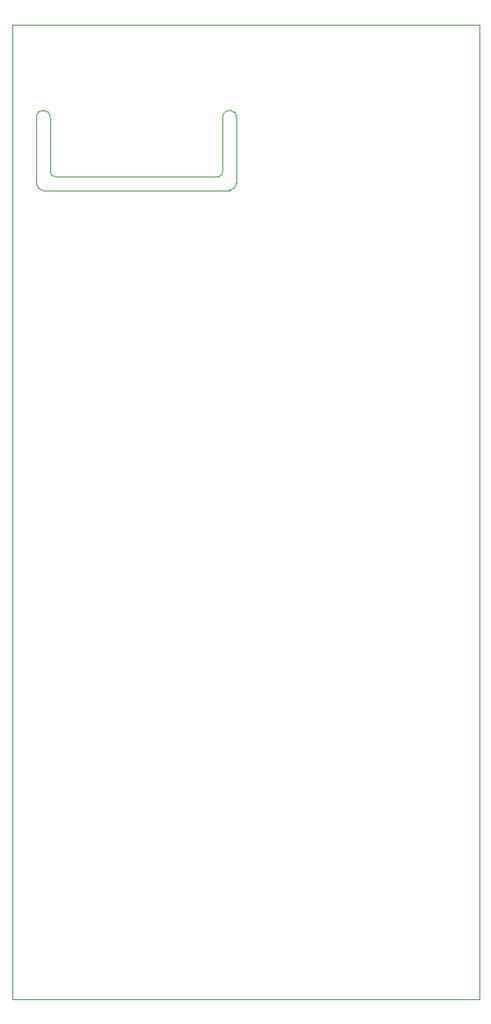
<source format=gbr>
%TF.GenerationSoftware,KiCad,Pcbnew,(6.0.9)*%
%TF.CreationDate,2023-05-10T12:51:21+05:30*%
%TF.ProjectId,WeatherKids_Compact(V1.0),57656174-6865-4724-9b69-64735f436f6d,rev?*%
%TF.SameCoordinates,Original*%
%TF.FileFunction,Profile,NP*%
%FSLAX46Y46*%
G04 Gerber Fmt 4.6, Leading zero omitted, Abs format (unit mm)*
G04 Created by KiCad (PCBNEW (6.0.9)) date 2023-05-10 12:51:21*
%MOMM*%
%LPD*%
G01*
G04 APERTURE LIST*
%TA.AperFunction,Profile*%
%ADD10C,0.100000*%
%TD*%
G04 APERTURE END LIST*
D10*
X2500000Y-16300000D02*
X2500000Y-9500000D01*
X0Y0D02*
X0Y-100000000D01*
X3900000Y-15100000D02*
G75*
G03*
X4400000Y-15600000I500000J0D01*
G01*
X23051472Y-16300000D02*
X23046447Y-9500000D01*
X48000000Y0D02*
X0Y0D01*
X22351472Y-16999972D02*
G75*
G03*
X23051472Y-16300000I28J699972D01*
G01*
X0Y-100000000D02*
X48000000Y-100000000D01*
X3900000Y-9500000D02*
G75*
G03*
X2500000Y-9500000I-700000J0D01*
G01*
X2500000Y-16300000D02*
G75*
G03*
X3200000Y-17000000I700000J0D01*
G01*
X21646447Y-15100000D02*
X21646447Y-9500000D01*
X21146447Y-15600047D02*
G75*
G03*
X21646447Y-15100000I-47J500047D01*
G01*
X23046447Y-9500000D02*
G75*
G03*
X21646447Y-9500000I-700000J0D01*
G01*
X48000000Y-100000000D02*
X48000000Y0D01*
X3900000Y-9500000D02*
X3900000Y-15100000D01*
X4400000Y-15600000D02*
X21146447Y-15600000D01*
X3200000Y-17000000D02*
X22351472Y-17000000D01*
M02*

</source>
